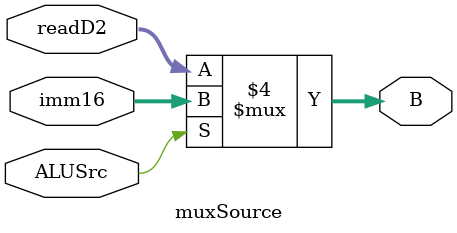
<source format=v>
`timescale 1ns / 1ps


module muxSource(readD2,imm16,B,ALUSrc); //Ñ¡ÔñµÚ¶þÔ´²Ù×÷ÊýÊý¾ÝÑ¡ÔñÆ÷
       input  [31:0] readD2;
       input  [31:0] imm16;
       input  ALUSrc;
       output reg [31:0] B;
       
       always @ (*) begin
              if(ALUSrc==1) B<=imm16; //µÚ¶þÔ´²Ù×÷ÊýÎª16Î»Á¢¼´Êý
              else B<=readD2;  //µÚ¶þÔ´²Ù×÷ÊýÎª16Î»£¨rt£©
       end
endmodule

</source>
